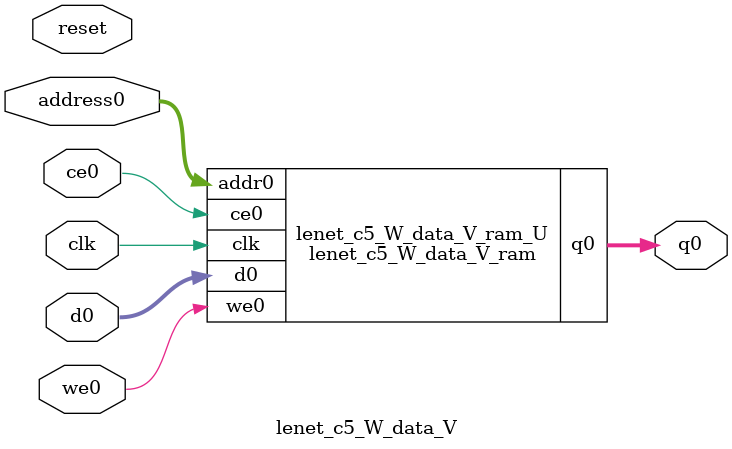
<source format=v>
`timescale 1 ns / 1 ps
module lenet_c5_W_data_V_ram (addr0, ce0, d0, we0, q0,  clk);

parameter DWIDTH = 16;
parameter AWIDTH = 16;
parameter MEM_SIZE = 48000;

input[AWIDTH-1:0] addr0;
input ce0;
input[DWIDTH-1:0] d0;
input we0;
output reg[DWIDTH-1:0] q0;
input clk;

(* ram_style = "block" *)reg [DWIDTH-1:0] ram[0:MEM_SIZE-1];




always @(posedge clk)  
begin 
    if (ce0) 
    begin
        if (we0) 
        begin 
            ram[addr0] <= d0; 
        end 
        q0 <= ram[addr0];
    end
end


endmodule

`timescale 1 ns / 1 ps
module lenet_c5_W_data_V(
    reset,
    clk,
    address0,
    ce0,
    we0,
    d0,
    q0);

parameter DataWidth = 32'd16;
parameter AddressRange = 32'd48000;
parameter AddressWidth = 32'd16;
input reset;
input clk;
input[AddressWidth - 1:0] address0;
input ce0;
input we0;
input[DataWidth - 1:0] d0;
output[DataWidth - 1:0] q0;



lenet_c5_W_data_V_ram lenet_c5_W_data_V_ram_U(
    .clk( clk ),
    .addr0( address0 ),
    .ce0( ce0 ),
    .we0( we0 ),
    .d0( d0 ),
    .q0( q0 ));

endmodule


</source>
